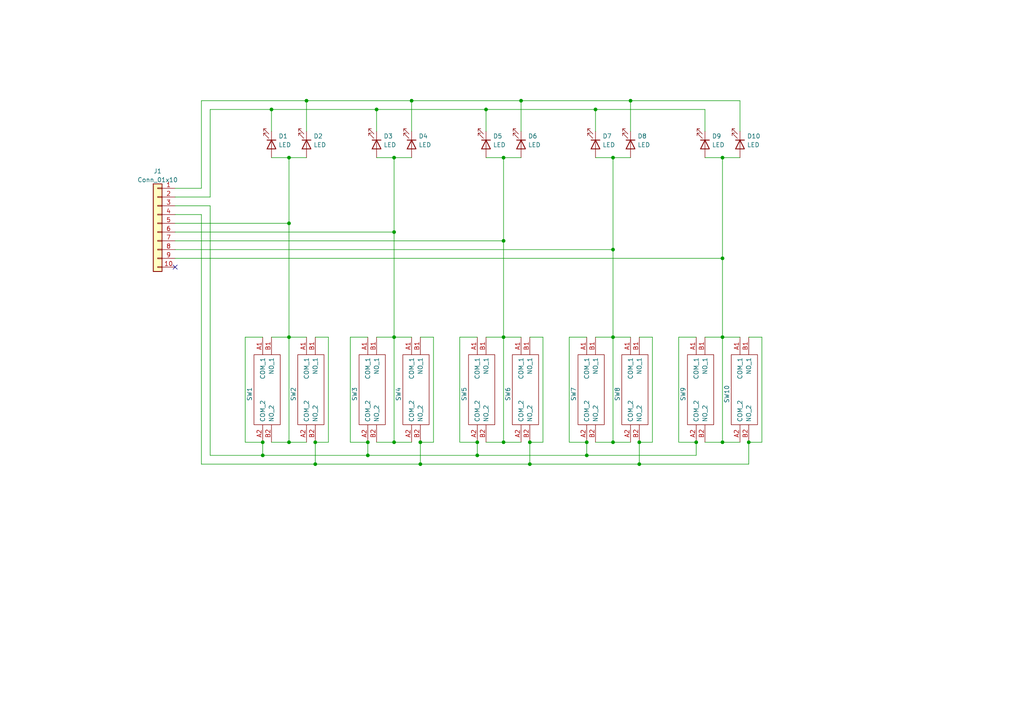
<source format=kicad_sch>
(kicad_sch (version 20211123) (generator eeschema)
  (paper "A4")
  (title_block (title "Touchpanel") (date "2022-09-25") (rev "0.1"))
  (lib_symbols
    (symbol "Connector_Generic:Conn_01x10" (pin_names (offset 1.016) hide)
      (property "Reference" "J" (at 0 12.7 0))
      (property "Value" "Conn_01x10" (at 0 -15.24 0))
      (symbol "Conn_01x10_1_1"
        (rectangle (start -1.27 -12.573) (end 0 -12.827) (stroke (width 0.1524)))
        (rectangle (start -1.27 -10.033) (end 0 -10.287) (stroke (width 0.1524)))
        (rectangle (start -1.27 -7.493) (end 0 -7.747) (stroke (width 0.1524)))
        (rectangle (start -1.27 -4.953) (end 0 -5.207) (stroke (width 0.1524)))
        (rectangle (start -1.27 -2.413) (end 0 -2.667) (stroke (width 0.1524)))
        (rectangle (start -1.27 0.127) (end 0 -0.127) (stroke (width 0.1524)))
        (rectangle (start -1.27 2.667) (end 0 2.413) (stroke (width 0.1524)))
        (rectangle (start -1.27 5.207) (end 0 4.953) (stroke (width 0.1524)))
        (rectangle (start -1.27 7.747) (end 0 7.493) (stroke (width 0.1524)))
        (rectangle (start -1.27 10.287) (end 0 10.033) (stroke (width 0.1524)))
        (rectangle (start -1.27 11.43) (end 1.27 -13.97) (stroke (width 0.254)) (fill (type background)))
        (pin passive line (at -5.08 10.16 0) (length 3.81) (name "Pin_1") (number "1"))
        (pin passive line (at -5.08 -12.7 0) (length 3.81) (name "Pin_10") (number "10"))
        (pin passive line (at -5.08 7.62 0) (length 3.81) (name "Pin_2") (number "2"))
        (pin passive line (at -5.08 5.08 0) (length 3.81) (name "Pin_3") (number "3"))
        (pin passive line (at -5.08 2.54 0) (length 3.81) (name "Pin_4") (number "4"))
        (pin passive line (at -5.08 0 0) (length 3.81) (name "Pin_5") (number "5"))
        (pin passive line (at -5.08 -2.54 0) (length 3.81) (name "Pin_6") (number "6"))
        (pin passive line (at -5.08 -5.08 0) (length 3.81) (name "Pin_7") (number "7"))
        (pin passive line (at -5.08 -7.62 0) (length 3.81) (name "Pin_8") (number "8"))
        (pin passive line (at -5.08 -10.16 0) (length 3.81) (name "Pin_9") (number "9"))
      )
    )
    (symbol "Device:LED" (pin_numbers hide) (pin_names (offset 1.016) hide)
      (property "Reference" "D" (at 0 2.54 0))
      (property "Value" "LED" (at 0 -2.54 0))
      (symbol "LED_0_1"
        (polyline (pts (xy -1.27 -1.27) (xy -1.27 1.27)) (stroke (width 0.254)))
        (polyline (pts (xy -1.27 0) (xy 1.27 0)))
        (polyline (pts (xy 1.27 -1.27) (xy 1.27 1.27) (xy -1.27 0) (xy 1.27 -1.27)) (stroke (width 0.254)))
        (polyline (pts (xy -3.048 -0.762) (xy -4.572 -2.286) (xy -3.81 -2.286) (xy -4.572 -2.286) (xy -4.572 -1.524)))
        (polyline (pts (xy -1.778 -0.762) (xy -3.302 -2.286) (xy -2.54 -2.286) (xy -3.302 -2.286) (xy -3.302 -1.524)))
      )
      (symbol "LED_1_1"
        (pin passive line (at -3.81 0 0) (length 2.54) (name "K") (number "1"))
        (pin passive line (at 3.81 0 180) (length 2.54) (name "A") (number "2"))
      )
    )
    (symbol "Switch_Touch:EVQ-Q2201W" (pin_names (offset 0.762))
      (property "Reference" "S" (at 26.67 7.62 0))
      (property "Value" "EVQ-Q2201W" (at 26.67 5.08 0))
      (symbol "EVQ-Q2201W_0_0"
        (pin passive line (at 0 -2.54 0) (length 5.08) (name "COM_1") (number "A1"))
        (pin passive line (at 30.48 -2.54 180) (length 5.08) (name "COM_2") (number "A2"))
        (pin passive line (at 0 0 0) (length 5.08) (name "NO_1") (number "B1"))
        (pin passive line (at 30.48 0 180) (length 5.08) (name "NO_2") (number "B2"))
      )
      (symbol "EVQ-Q2201W_0_1"
        (polyline (pts (xy 5.08 2.54) (xy 25.4 2.54) (xy 25.4 -5.08) (xy 5.08 -5.08) (xy 5.08 2.54)) (stroke (width 0.1524)))
      )
    )
  )
  (junction (at 146.05 69.85))
  (junction (at 76.2 128.27))
  (junction (at 209.55 128.27))
  (junction (at 138.43 132.08))
  (junction (at 153.67 128.27))
  (junction (at 78.74 31.75))
  (junction (at 138.43 128.27))
  (junction (at 114.3 45.72))
  (junction (at 170.18 128.27))
  (junction (at 177.8 72.39))
  (junction (at 83.82 128.27))
  (junction (at 91.44 134.62))
  (junction (at 172.72 31.75))
  (junction (at 217.17 128.27))
  (junction (at 170.18 132.08))
  (junction (at 146.05 128.27))
  (junction (at 201.93 128.27))
  (junction (at 106.68 128.27))
  (junction (at 146.05 45.72))
  (junction (at 177.8 128.27))
  (junction (at 106.68 132.08))
  (junction (at 177.8 45.72))
  (junction (at 209.55 45.72))
  (junction (at 109.22 31.75))
  (junction (at 121.92 134.62))
  (junction (at 182.88 29.21))
  (junction (at 119.38 29.21))
  (junction (at 83.82 97.79))
  (junction (at 177.8 97.79))
  (junction (at 153.67 134.62))
  (junction (at 76.2 132.08))
  (junction (at 83.82 64.77))
  (junction (at 185.42 128.27))
  (junction (at 91.44 128.27))
  (junction (at 209.55 97.79))
  (junction (at 114.3 128.27))
  (junction (at 121.92 128.27))
  (junction (at 88.9 29.21))
  (junction (at 151.13 29.21))
  (junction (at 114.3 97.79))
  (junction (at 185.42 134.62))
  (junction (at 114.3 67.31))
  (junction (at 146.05 97.79))
  (junction (at 140.97 31.75))
  (junction (at 209.55 74.93))
  (junction (at 83.82 45.72))
  (no_connect (at 50.8 77.47))
  (wire (pts (xy 133.35 97.79) (xy 133.35 128.27)))
  (wire (pts (xy 172.72 31.75) (xy 172.72 38.1)))
  (wire (pts (xy 146.05 97.79) (xy 146.05 128.27)))
  (wire (pts (xy 119.38 29.21) (xy 119.38 38.1)))
  (wire (pts (xy 138.43 132.08) (xy 170.18 132.08)))
  (wire (pts (xy 50.8 69.85) (xy 146.05 69.85)))
  (wire (pts (xy 114.3 67.31) (xy 114.3 97.79)))
  (wire (pts (xy 177.8 97.79) (xy 182.88 97.79)))
  (wire (pts (xy 140.97 31.75) (xy 140.97 38.1)))
  (wire (pts (xy 214.63 29.21) (xy 214.63 38.1)))
  (wire (pts (xy 170.18 132.08) (xy 201.93 132.08)))
  (wire (pts (xy 50.8 72.39) (xy 177.8 72.39)))
  (wire (pts (xy 146.05 45.72) (xy 146.05 69.85)))
  (wire (pts (xy 170.18 128.27) (xy 170.18 132.08)))
  (wire (pts (xy 125.73 128.27) (xy 125.73 97.79)))
  (wire (pts (xy 91.44 134.62) (xy 121.92 134.62)))
  (wire (pts (xy 138.43 128.27) (xy 138.43 132.08)))
  (wire (pts (xy 106.68 128.27) (xy 106.68 132.08)))
  (wire (pts (xy 189.23 128.27) (xy 189.23 97.79)))
  (wire (pts (xy 101.6 97.79) (xy 101.6 128.27)))
  (wire (pts (xy 204.47 45.72) (xy 209.55 45.72)))
  (wire (pts (xy 83.82 97.79) (xy 83.82 128.27)))
  (wire (pts (xy 182.88 29.21) (xy 182.88 38.1)))
  (wire (pts (xy 58.42 29.21) (xy 88.9 29.21)))
  (wire (pts (xy 83.82 45.72) (xy 88.9 45.72)))
  (wire (pts (xy 146.05 69.85) (xy 146.05 97.79)))
  (wire (pts (xy 76.2 128.27) (xy 76.2 132.08)))
  (wire (pts (xy 114.3 97.79) (xy 119.38 97.79)))
  (wire (pts (xy 91.44 128.27) (xy 91.44 134.62)))
  (wire (pts (xy 114.3 97.79) (xy 114.3 128.27)))
  (wire (pts (xy 217.17 128.27) (xy 217.17 134.62)))
  (wire (pts (xy 177.8 45.72) (xy 182.88 45.72)))
  (wire (pts (xy 78.74 128.27) (xy 83.82 128.27)))
  (wire (pts (xy 76.2 132.08) (xy 106.68 132.08)))
  (wire (pts (xy 114.3 45.72) (xy 114.3 67.31)))
  (wire (pts (xy 60.96 31.75) (xy 78.74 31.75)))
  (wire (pts (xy 50.8 62.23) (xy 58.42 62.23)))
  (wire (pts (xy 157.48 128.27) (xy 153.67 128.27)))
  (wire (pts (xy 157.48 97.79) (xy 157.48 128.27)))
  (wire (pts (xy 88.9 29.21) (xy 88.9 38.1)))
  (wire (pts (xy 204.47 97.79) (xy 209.55 97.79)))
  (wire (pts (xy 109.22 31.75) (xy 140.97 31.75)))
  (wire (pts (xy 133.35 128.27) (xy 138.43 128.27)))
  (wire (pts (xy 121.92 134.62) (xy 153.67 134.62)))
  (wire (pts (xy 185.42 134.62) (xy 217.17 134.62)))
  (wire (pts (xy 83.82 64.77) (xy 83.82 97.79)))
  (wire (pts (xy 50.8 57.15) (xy 60.96 57.15)))
  (wire (pts (xy 185.42 128.27) (xy 189.23 128.27)))
  (wire (pts (xy 165.1 128.27) (xy 170.18 128.27)))
  (wire (pts (xy 50.8 59.69) (xy 60.96 59.69)))
  (wire (pts (xy 153.67 97.79) (xy 157.48 97.79)))
  (wire (pts (xy 121.92 128.27) (xy 125.73 128.27)))
  (wire (pts (xy 140.97 45.72) (xy 146.05 45.72)))
  (wire (pts (xy 50.8 54.61) (xy 58.42 54.61)))
  (wire (pts (xy 217.17 128.27) (xy 220.98 128.27)))
  (wire (pts (xy 201.93 97.79) (xy 196.85 97.79)))
  (wire (pts (xy 182.88 29.21) (xy 214.63 29.21)))
  (wire (pts (xy 60.96 59.69) (xy 60.96 132.08)))
  (wire (pts (xy 185.42 128.27) (xy 185.42 134.62)))
  (wire (pts (xy 138.43 97.79) (xy 133.35 97.79)))
  (wire (pts (xy 209.55 45.72) (xy 214.63 45.72)))
  (wire (pts (xy 146.05 128.27) (xy 151.13 128.27)))
  (wire (pts (xy 109.22 31.75) (xy 109.22 38.1)))
  (wire (pts (xy 60.96 132.08) (xy 76.2 132.08)))
  (wire (pts (xy 220.98 128.27) (xy 220.98 97.79)))
  (wire (pts (xy 109.22 97.79) (xy 114.3 97.79)))
  (wire (pts (xy 78.74 31.75) (xy 109.22 31.75)))
  (wire (pts (xy 50.8 74.93) (xy 209.55 74.93)))
  (wire (pts (xy 121.92 128.27) (xy 121.92 134.62)))
  (wire (pts (xy 78.74 45.72) (xy 83.82 45.72)))
  (wire (pts (xy 209.55 128.27) (xy 214.63 128.27)))
  (wire (pts (xy 83.82 97.79) (xy 88.9 97.79)))
  (wire (pts (xy 172.72 31.75) (xy 204.47 31.75)))
  (wire (pts (xy 204.47 128.27) (xy 209.55 128.27)))
  (wire (pts (xy 177.8 128.27) (xy 182.88 128.27)))
  (wire (pts (xy 151.13 29.21) (xy 151.13 38.1)))
  (wire (pts (xy 196.85 97.79) (xy 196.85 128.27)))
  (wire (pts (xy 119.38 29.21) (xy 151.13 29.21)))
  (wire (pts (xy 196.85 128.27) (xy 201.93 128.27)))
  (wire (pts (xy 204.47 31.75) (xy 204.47 38.1)))
  (wire (pts (xy 114.3 128.27) (xy 119.38 128.27)))
  (wire (pts (xy 83.82 45.72) (xy 83.82 64.77)))
  (wire (pts (xy 140.97 128.27) (xy 146.05 128.27)))
  (wire (pts (xy 177.8 45.72) (xy 177.8 72.39)))
  (wire (pts (xy 50.8 67.31) (xy 114.3 67.31)))
  (wire (pts (xy 153.67 128.27) (xy 153.67 134.62)))
  (wire (pts (xy 185.42 97.79) (xy 189.23 97.79)))
  (wire (pts (xy 71.12 97.79) (xy 71.12 128.27)))
  (wire (pts (xy 114.3 45.72) (xy 119.38 45.72)))
  (wire (pts (xy 172.72 128.27) (xy 177.8 128.27)))
  (wire (pts (xy 58.42 134.62) (xy 91.44 134.62)))
  (wire (pts (xy 220.98 97.79) (xy 217.17 97.79)))
  (wire (pts (xy 172.72 97.79) (xy 177.8 97.79)))
  (wire (pts (xy 60.96 57.15) (xy 60.96 31.75)))
  (wire (pts (xy 201.93 132.08) (xy 201.93 128.27)))
  (wire (pts (xy 172.72 45.72) (xy 177.8 45.72)))
  (wire (pts (xy 209.55 97.79) (xy 209.55 128.27)))
  (wire (pts (xy 165.1 97.79) (xy 165.1 128.27)))
  (wire (pts (xy 177.8 72.39) (xy 177.8 97.79)))
  (wire (pts (xy 58.42 62.23) (xy 58.42 134.62)))
  (wire (pts (xy 140.97 31.75) (xy 172.72 31.75)))
  (wire (pts (xy 209.55 74.93) (xy 209.55 97.79)))
  (wire (pts (xy 78.74 31.75) (xy 78.74 38.1)))
  (wire (pts (xy 109.22 45.72) (xy 114.3 45.72)))
  (wire (pts (xy 71.12 128.27) (xy 76.2 128.27)))
  (wire (pts (xy 101.6 128.27) (xy 106.68 128.27)))
  (wire (pts (xy 58.42 54.61) (xy 58.42 29.21)))
  (wire (pts (xy 88.9 29.21) (xy 119.38 29.21)))
  (wire (pts (xy 50.8 64.77) (xy 83.82 64.77)))
  (wire (pts (xy 71.12 97.79) (xy 76.2 97.79)))
  (wire (pts (xy 91.44 128.27) (xy 95.25 128.27)))
  (wire (pts (xy 146.05 45.72) (xy 151.13 45.72)))
  (wire (pts (xy 121.92 97.79) (xy 125.73 97.79)))
  (wire (pts (xy 78.74 97.79) (xy 83.82 97.79)))
  (wire (pts (xy 91.44 97.79) (xy 95.25 97.79)))
  (wire (pts (xy 153.67 134.62) (xy 185.42 134.62)))
  (wire (pts (xy 106.68 132.08) (xy 138.43 132.08)))
  (wire (pts (xy 209.55 45.72) (xy 209.55 74.93)))
  (wire (pts (xy 109.22 128.27) (xy 114.3 128.27)))
  (wire (pts (xy 209.55 97.79) (xy 214.63 97.79)))
  (wire (pts (xy 95.25 97.79) (xy 95.25 128.27)))
  (wire (pts (xy 140.97 97.79) (xy 146.05 97.79)))
  (wire (pts (xy 83.82 128.27) (xy 88.9 128.27)))
  (wire (pts (xy 151.13 29.21) (xy 182.88 29.21)))
  (wire (pts (xy 146.05 97.79) (xy 151.13 97.79)))
  (wire (pts (xy 106.68 97.79) (xy 101.6 97.79)))
  (wire (pts (xy 177.8 97.79) (xy 177.8 128.27)))
  (wire (pts (xy 170.18 97.79) (xy 165.1 97.79)))
  (symbol (lib_id "Switch_Touch:EVQ-Q2201W") (at 140.97 97.79 270) (unit 1)
    (property "Reference" "SW5" (at 134.62 114.3 0))
    (property "Value" "SW_Push" (effects hide))
    (property "Footprint" "EVQQ2201W" (effects hide))
    (property "Datasheet" "https://componentsearchengine.com/Datasheets/1/EVQ-Q2201W.pdf" (effects hide))
    (property "Description" "Switch Tactile N.O. SPST Round Button J-Bend 0.02A 15VDC 3.5N SMD T/R" (effects hide))
    (property "Height" "2.2" (effects hide))
    (property "Manufacturer_Name" "Panasonic" (effects hide))
    (property "Manufacturer_Part_Number" "EVQ-Q2201W" (effects hide))
    (property "Mouser Part Number" "667-EVQ-Q2201W" (effects hide))
    (property "Mouser Price/Stock" "https://www.mouser.co.uk/ProductDetail/Panasonic/EVQ-Q2201W?qs=WwqriLBepZu2TClqYHttsw%3D%3D" (effects hide))
    (property "Arrow Part Number" "EVQ-Q2201W" (effects hide))
    (property "Arrow Price/Stock" "https://www.arrow.com/en/products/evq-q2201w/panasonic" (effects hide))
  )
  (symbol (lib_id "Device:LED") (at 151.13 41.91 270) (unit 1)
    (property "Reference" "D6" (at 153.162 39.4878 90) (effects (justify left)))
    (property "Value" "LED" (at 153.162 42.0247 90) (effects (justify left)))
    (property "Footprint" "LedTouch:LEDM3528X210N" (effects hide))
  )
  (symbol (lib_id "Device:LED") (at 78.74 41.91 270) (unit 1)
    (property "Reference" "D1" (at 80.772 39.4878 90) (effects (justify left)))
    (property "Value" "LED" (at 80.772 42.0247 90) (effects (justify left)))
    (property "Footprint" "LedTouch:LEDM3528X210N" (effects hide))
  )
  (symbol (lib_id "Device:LED") (at 172.72 41.91 270) (unit 1)
    (property "Reference" "D7" (at 174.752 39.4878 90) (effects (justify left)))
    (property "Value" "LED" (at 174.752 42.0247 90) (effects (justify left)))
    (property "Footprint" "LedTouch:LEDM3528X210N" (effects hide))
  )
  (symbol (lib_id "Device:LED") (at 109.22 41.91 270) (unit 1)
    (property "Reference" "D3" (at 111.252 39.4878 90) (effects (justify left)))
    (property "Value" "LED" (at 111.252 42.0247 90) (effects (justify left)))
    (property "Footprint" "LedTouch:LEDM3528X210N" (effects hide))
  )
  (symbol (lib_id "Switch_Touch:EVQ-Q2201W") (at 217.17 97.79 270) (unit 1)
    (property "Reference" "SW10" (at 210.82 114.3 0))
    (property "Value" "SW_Push" (effects hide))
    (property "Footprint" "EVQQ2201W" (effects hide))
    (property "Datasheet" "https://componentsearchengine.com/Datasheets/1/EVQ-Q2201W.pdf" (effects hide))
    (property "Description" "Switch Tactile N.O. SPST Round Button J-Bend 0.02A 15VDC 3.5N SMD T/R" (effects hide))
    (property "Height" "2.2" (effects hide))
    (property "Manufacturer_Name" "Panasonic" (effects hide))
    (property "Manufacturer_Part_Number" "EVQ-Q2201W" (effects hide))
    (property "Mouser Part Number" "667-EVQ-Q2201W" (effects hide))
    (property "Mouser Price/Stock" "https://www.mouser.co.uk/ProductDetail/Panasonic/EVQ-Q2201W?qs=WwqriLBepZu2TClqYHttsw%3D%3D" (effects hide))
    (property "Arrow Part Number" "EVQ-Q2201W" (effects hide))
    (property "Arrow Price/Stock" "https://www.arrow.com/en/products/evq-q2201w/panasonic" (effects hide))
  )
  (symbol (lib_id "Switch_Touch:EVQ-Q2201W") (at 121.92 97.79 270) (unit 1)
    (property "Reference" "SW4" (at 115.57 114.3 0))
    (property "Value" "SW_Push" (effects hide))
    (property "Footprint" "EVQQ2201W" (effects hide))
    (property "Datasheet" "https://componentsearchengine.com/Datasheets/1/EVQ-Q2201W.pdf" (effects hide))
    (property "Description" "Switch Tactile N.O. SPST Round Button J-Bend 0.02A 15VDC 3.5N SMD T/R" (effects hide))
    (property "Height" "2.2" (effects hide))
    (property "Manufacturer_Name" "Panasonic" (effects hide))
    (property "Manufacturer_Part_Number" "EVQ-Q2201W" (effects hide))
    (property "Mouser Part Number" "667-EVQ-Q2201W" (effects hide))
    (property "Mouser Price/Stock" "https://www.mouser.co.uk/ProductDetail/Panasonic/EVQ-Q2201W?qs=WwqriLBepZu2TClqYHttsw%3D%3D" (effects hide))
    (property "Arrow Part Number" "EVQ-Q2201W" (effects hide))
    (property "Arrow Price/Stock" "https://www.arrow.com/en/products/evq-q2201w/panasonic" (effects hide))
  )
  (symbol (lib_id "Switch_Touch:EVQ-Q2201W") (at 204.47 97.79 270) (unit 1)
    (property "Reference" "SW9" (at 198.12 114.3 0))
    (property "Value" "SW_Push" (effects hide))
    (property "Footprint" "EVQQ2201W" (effects hide))
    (property "Datasheet" "https://componentsearchengine.com/Datasheets/1/EVQ-Q2201W.pdf" (effects hide))
    (property "Description" "Switch Tactile N.O. SPST Round Button J-Bend 0.02A 15VDC 3.5N SMD T/R" (effects hide))
    (property "Height" "2.2" (effects hide))
    (property "Manufacturer_Name" "Panasonic" (effects hide))
    (property "Manufacturer_Part_Number" "EVQ-Q2201W" (effects hide))
    (property "Mouser Part Number" "667-EVQ-Q2201W" (effects hide))
    (property "Mouser Price/Stock" "https://www.mouser.co.uk/ProductDetail/Panasonic/EVQ-Q2201W?qs=WwqriLBepZu2TClqYHttsw%3D%3D" (effects hide))
    (property "Arrow Part Number" "EVQ-Q2201W" (effects hide))
    (property "Arrow Price/Stock" "https://www.arrow.com/en/products/evq-q2201w/panasonic" (effects hide))
  )
  (symbol (lib_id "Switch_Touch:EVQ-Q2201W") (at 78.74 97.79 270) (unit 1)
    (property "Reference" "SW1" (at 72.39 114.3 0))
    (property "Value" "SW_Push" (effects hide))
    (property "Footprint" "EVQQ2201W" (effects hide))
    (property "Datasheet" "https://componentsearchengine.com/Datasheets/1/EVQ-Q2201W.pdf" (effects hide))
    (property "Description" "Switch Tactile N.O. SPST Round Button J-Bend 0.02A 15VDC 3.5N SMD T/R" (effects hide))
    (property "Height" "2.2" (effects hide))
    (property "Manufacturer_Name" "Panasonic" (effects hide))
    (property "Manufacturer_Part_Number" "EVQ-Q2201W" (effects hide))
    (property "Mouser Part Number" "667-EVQ-Q2201W" (effects hide))
    (property "Mouser Price/Stock" "https://www.mouser.co.uk/ProductDetail/Panasonic/EVQ-Q2201W?qs=WwqriLBepZu2TClqYHttsw%3D%3D" (effects hide))
    (property "Arrow Part Number" "EVQ-Q2201W" (effects hide))
    (property "Arrow Price/Stock" "https://www.arrow.com/en/products/evq-q2201w/panasonic" (effects hide))
  )
  (symbol (lib_id "Device:LED") (at 119.38 41.91 270) (unit 1)
    (property "Reference" "D4" (at 121.412 39.4878 90) (effects (justify left)))
    (property "Value" "LED" (at 121.412 42.0247 90) (effects (justify left)))
    (property "Footprint" "LedTouch:LEDM3528X210N" (effects hide))
  )
  (symbol (lib_id "Switch_Touch:EVQ-Q2201W") (at 109.22 97.79 270) (unit 1)
    (property "Reference" "SW3" (at 102.87 114.3 0))
    (property "Value" "SW_Push" (effects hide))
    (property "Footprint" "EVQQ2201W" (effects hide))
    (property "Datasheet" "https://componentsearchengine.com/Datasheets/1/EVQ-Q2201W.pdf" (effects hide))
    (property "Description" "Switch Tactile N.O. SPST Round Button J-Bend 0.02A 15VDC 3.5N SMD T/R" (effects hide))
    (property "Height" "2.2" (effects hide))
    (property "Manufacturer_Name" "Panasonic" (effects hide))
    (property "Manufacturer_Part_Number" "EVQ-Q2201W" (effects hide))
    (property "Mouser Part Number" "667-EVQ-Q2201W" (effects hide))
    (property "Mouser Price/Stock" "https://www.mouser.co.uk/ProductDetail/Panasonic/EVQ-Q2201W?qs=WwqriLBepZu2TClqYHttsw%3D%3D" (effects hide))
    (property "Arrow Part Number" "EVQ-Q2201W" (effects hide))
    (property "Arrow Price/Stock" "https://www.arrow.com/en/products/evq-q2201w/panasonic" (effects hide))
  )
  (symbol (lib_id "Switch_Touch:EVQ-Q2201W") (at 91.44 97.79 270) (unit 1)
    (property "Reference" "SW2" (at 85.09 114.3 0))
    (property "Value" "SW_Push" (effects hide))
    (property "Footprint" "EVQQ2201W" (effects hide))
    (property "Datasheet" "https://componentsearchengine.com/Datasheets/1/EVQ-Q2201W.pdf" (effects hide))
    (property "Description" "Switch Tactile N.O. SPST Round Button J-Bend 0.02A 15VDC 3.5N SMD T/R" (effects hide))
    (property "Height" "2.2" (effects hide))
    (property "Manufacturer_Name" "Panasonic" (effects hide))
    (property "Manufacturer_Part_Number" "EVQ-Q2201W" (effects hide))
    (property "Mouser Part Number" "667-EVQ-Q2201W" (effects hide))
    (property "Mouser Price/Stock" "https://www.mouser.co.uk/ProductDetail/Panasonic/EVQ-Q2201W?qs=WwqriLBepZu2TClqYHttsw%3D%3D" (effects hide))
    (property "Arrow Part Number" "EVQ-Q2201W" (effects hide))
    (property "Arrow Price/Stock" "https://www.arrow.com/en/products/evq-q2201w/panasonic" (effects hide))
  )
  (symbol (lib_id "Device:LED") (at 88.9 41.91 270) (unit 1)
    (property "Reference" "D2" (at 90.932 39.4878 90) (effects (justify left)))
    (property "Value" "LED" (at 90.932 42.0247 90) (effects (justify left)))
    (property "Footprint" "LedTouch:LEDM3528X210N" (effects hide))
  )
  (symbol (lib_id "Device:LED") (at 182.88 41.91 270) (unit 1)
    (property "Reference" "D8" (at 184.912 39.4878 90) (effects (justify left)))
    (property "Value" "LED" (at 184.912 42.0247 90) (effects (justify left)))
    (property "Footprint" "LedTouch:LEDM3528X210N" (effects hide))
  )
  (symbol (lib_id "Switch_Touch:EVQ-Q2201W") (at 172.72 97.79 270) (unit 1)
    (property "Reference" "SW7" (at 166.37 114.3 0))
    (property "Value" "SW_Push" (effects hide))
    (property "Footprint" "EVQQ2201W" (effects hide))
    (property "Datasheet" "https://componentsearchengine.com/Datasheets/1/EVQ-Q2201W.pdf" (effects hide))
    (property "Description" "Switch Tactile N.O. SPST Round Button J-Bend 0.02A 15VDC 3.5N SMD T/R" (effects hide))
    (property "Height" "2.2" (effects hide))
    (property "Manufacturer_Name" "Panasonic" (effects hide))
    (property "Manufacturer_Part_Number" "EVQ-Q2201W" (effects hide))
    (property "Mouser Part Number" "667-EVQ-Q2201W" (effects hide))
    (property "Mouser Price/Stock" "https://www.mouser.co.uk/ProductDetail/Panasonic/EVQ-Q2201W?qs=WwqriLBepZu2TClqYHttsw%3D%3D" (effects hide))
    (property "Arrow Part Number" "EVQ-Q2201W" (effects hide))
    (property "Arrow Price/Stock" "https://www.arrow.com/en/products/evq-q2201w/panasonic" (effects hide))
  )
  (symbol (lib_id "Connector_Generic:Conn_01x10") (at 45.72 64.77 0) (mirror y) (unit 1)
    (property "Reference" "J1" (at 45.72 49.6402 0))
    (property "Value" "Conn_01x10" (at 45.72 52.1771 0))
    (property "Footprint" "Connector_PinHeader_2.54mm:PinHeader_1x10_P2.54mm_Vertical" (effects hide))
  )
  (symbol (lib_id "Device:LED") (at 214.63 41.91 270) (unit 1)
    (property "Reference" "D10" (at 216.662 39.4878 90) (effects (justify left)))
    (property "Value" "LED" (at 216.662 42.0247 90) (effects (justify left)))
    (property "Footprint" "LedTouch:LEDM3528X210N" (effects hide))
  )
  (symbol (lib_id "Device:LED") (at 204.47 41.91 270) (unit 1)
    (property "Reference" "D9" (at 206.502 39.4878 90) (effects (justify left)))
    (property "Value" "LED" (at 206.502 42.0247 90) (effects (justify left)))
    (property "Footprint" "LedTouch:LEDM3528X210N" (effects hide))
  )
  (symbol (lib_id "Switch_Touch:EVQ-Q2201W") (at 153.67 97.79 270) (unit 1)
    (property "Reference" "SW6" (at 147.32 114.3 0))
    (property "Value" "SW_Push" (effects hide))
    (property "Footprint" "EVQQ2201W" (effects hide))
    (property "Datasheet" "https://componentsearchengine.com/Datasheets/1/EVQ-Q2201W.pdf" (effects hide))
    (property "Description" "Switch Tactile N.O. SPST Round Button J-Bend 0.02A 15VDC 3.5N SMD T/R" (effects hide))
    (property "Height" "2.2" (effects hide))
    (property "Manufacturer_Name" "Panasonic" (effects hide))
    (property "Manufacturer_Part_Number" "EVQ-Q2201W" (effects hide))
    (property "Mouser Part Number" "667-EVQ-Q2201W" (effects hide))
    (property "Mouser Price/Stock" "https://www.mouser.co.uk/ProductDetail/Panasonic/EVQ-Q2201W?qs=WwqriLBepZu2TClqYHttsw%3D%3D" (effects hide))
    (property "Arrow Part Number" "EVQ-Q2201W" (effects hide))
    (property "Arrow Price/Stock" "https://www.arrow.com/en/products/evq-q2201w/panasonic" (effects hide))
  )
  (symbol (lib_id "Device:LED") (at 140.97 41.91 270) (unit 1)
    (property "Reference" "D5" (at 143.002 39.4878 90) (effects (justify left)))
    (property "Value" "LED" (at 143.002 42.0247 90) (effects (justify left)))
    (property "Footprint" "LedTouch:LEDM3528X210N" (effects hide))
  )
  (symbol (lib_id "Switch_Touch:EVQ-Q2201W") (at 185.42 97.79 270) (unit 1)
    (property "Reference" "SW8" (at 179.07 114.3 0))
    (property "Value" "SW_Push" (effects hide))
    (property "Footprint" "EVQQ2201W" (effects hide))
    (property "Datasheet" "https://componentsearchengine.com/Datasheets/1/EVQ-Q2201W.pdf" (effects hide))
    (property "Description" "Switch Tactile N.O. SPST Round Button J-Bend 0.02A 15VDC 3.5N SMD T/R" (effects hide))
    (property "Height" "2.2" (effects hide))
    (property "Manufacturer_Name" "Panasonic" (effects hide))
    (property "Manufacturer_Part_Number" "EVQ-Q2201W" (effects hide))
    (property "Mouser Part Number" "667-EVQ-Q2201W" (effects hide))
    (property "Mouser Price/Stock" "https://www.mouser.co.uk/ProductDetail/Panasonic/EVQ-Q2201W?qs=WwqriLBepZu2TClqYHttsw%3D%3D" (effects hide))
    (property "Arrow Part Number" "EVQ-Q2201W" (effects hide))
    (property "Arrow Price/Stock" "https://www.arrow.com/en/products/evq-q2201w/panasonic" (effects hide))
  )
)
</source>
